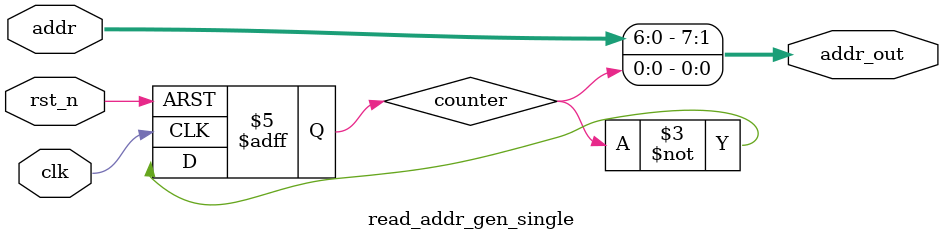
<source format=v>
`timescale 1ns / 1ps
module read_addr_gen_single(
	input clk,
	input rst_n,
	input [7:0] addr,
	output [7:0] addr_out
    );
	
	reg counter;
	
	initial
		counter <= 1'b0;
	
	always @(posedge clk or negedge rst_n)
	begin
		if (~rst_n) counter <= 1'b0;
		else counter <= ~counter;
	end
	
	assign addr_out = {addr, counter};

endmodule

</source>
